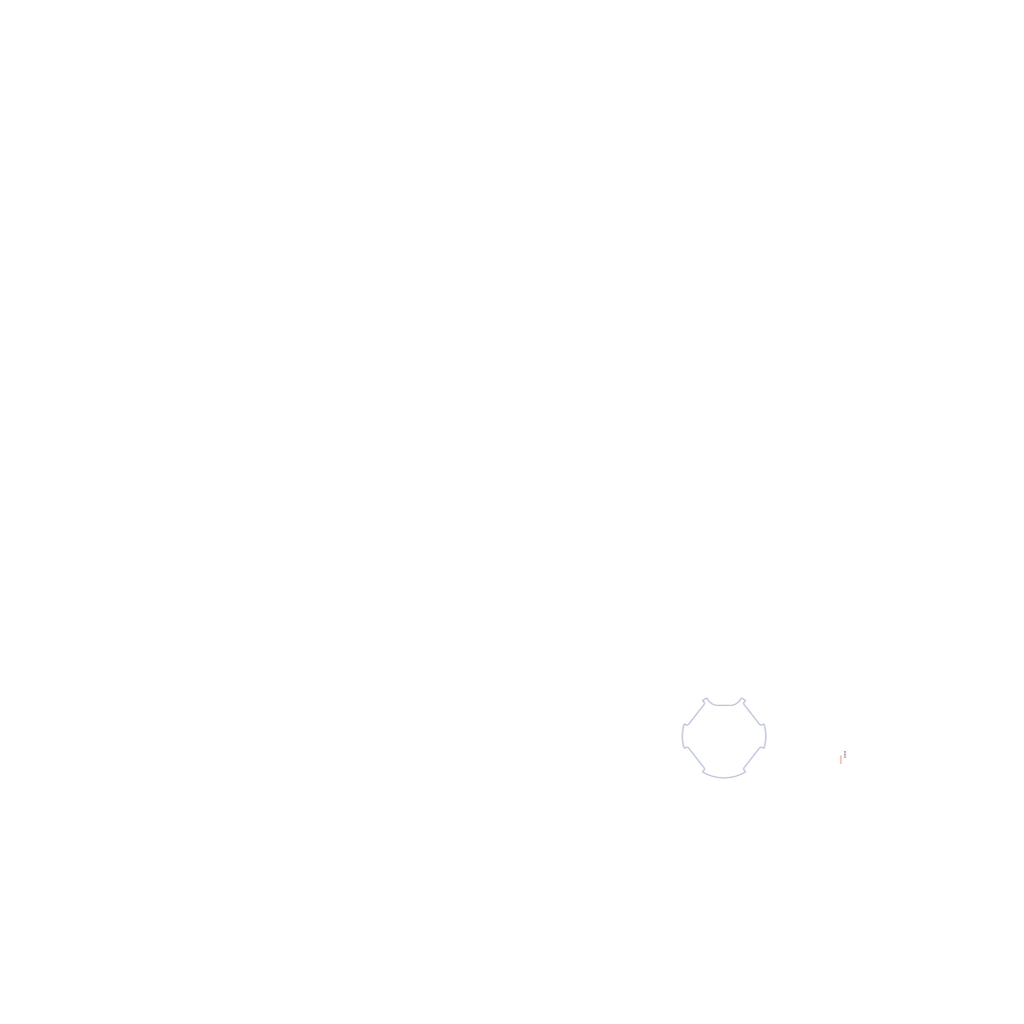
<source format=kicad_pcb>
(kicad_pcb (version 20221018) (generator pcbnew)
  (layers (0 "F.Cu" signal) (1 "In1.Cu" signal) (2 "In2.Cu" signal) (31 "B.Cu" signal) (34 "B.Paste" user) (35 "F.Paste" user) (36 "B.SilkS" user "B.Silkscreen") (37 "F.SilkS" user "F.Silkscreen") (38 "B.Mask" user) (39 "F.Mask" user) (44 "Edge.Cuts" user))
  (net 0 "")
  (net 1 "GND")
  (net 2 "Net-(D19-A)")
  (net 3 "Net-(D20-A)")
  (net 4 "Ch40")
  (net 5 "3.3V")
  (net 6 "Ch36")
  (net 7 "Net-(D23-A)")
  (net 8 "Net-(D24-A)")
  (net 9 "Ch39")
  (net 10 "Ch35")
  (net 11 "Net-(D27-A)")
  (net 12 "Net-(D28-A)")
  (net 13 "Ch38")
  (net 14 "Ch34")
  (net 15 "Net-(D31-A)")
  (net 16 "Net-(D14-A)")
  (net 17 "Ch33")
  (net 18 "Ch37")
  (net 19 "Net-(D32-A)")
  (net 20 "Net-(D18-A)")
  (net 21 "Ch32")
  (net 22 "Ch28")
  (net 23 "Net-(D21-A)")
  (net 24 "Net-(D22-A)")
  (net 25 "Ch31")
  (net 26 "Ch27")
  (net 27 "Net-(D25-A)")
  (net 28 "Net-(D26-A)")
  (net 29 "Ch30")
  (net 30 "Ch26")
  (net 31 "Net-(D29-A)")
  (net 32 "Net-(D30-A)")
  (net 33 "Ch25")
  (net 34 "Ch29")
  (net 35 "Net-(D50-A)")
  (net 36 "Net-(D52-A)")
  (net 37 "Net-(D53-A)")
  (net 38 "Net-(D54-A)")
  (net 39 "Net-(D55-A)")
  (net 40 "Net-(D56-A)")
  (net 41 "Ch16")
  (net 42 "Ch8")
  (net 43 "Ch4")
  (net 44 "Ch24")
  (net 45 "Ch12")
  (net 46 "Ch20")
  (net 47 "Net-(D63-A)")
  (net 48 "Net-(D64-A)")
  (net 49 "Net-(D75-A)")
  (net 50 "Net-(D77-A)")
  (net 51 "Net-(D49-A)")
  (net 52 "Ch7")
  (net 53 "Net-(D51-A)")
  (net 54 "Ch3")
  (net 55 "Ch15")
  (net 56 "Ch23")
  (net 57 "Ch11")
  (net 58 "Ch19")
  (net 59 "Net-(D57-A)")
  (net 60 "Net-(D58-A)")
  (net 61 "Net-(D59-A)")
  (net 62 "Net-(D60-A)")
  (net 63 "Net-(D61-A)")
  (net 64 "Net-(D62-A)")
  (net 65 "Ch6")
  (net 66 "Ch2")
  (net 67 "Ch14")
  (net 68 "Ch10")
  (net 69 "Ch22")
  (net 70 "Ch18")
  (net 71 "Net-(D80-A)")
  (net 72 "Net-(D84-A)")
  (net 73 "Net-(D87-A)")
  (net 74 "Net-(D88-A)")
  (net 75 "Net-(D91-A)")
  (net 76 "Net-(D92-A)")
  (net 77 "Ch1")
  (net 78 "Ch5")
  (net 79 "Ch9")
  (net 80 "Ch13")
  (net 81 "Ch17")
  (net 82 "Ch21")
  (net 83 "Net-(D95-A)")
  (net 84 "Net-(D96-A)")
  (net 85 "MOSI")
  (net 86 "MISO")
  (net 87 "SCK1")
  (net 88 "CS1")
  (net 89 "CS2")
  (net 90 "CS3")
  (net 91 "CS4")
  (net 92 "CS5")
  (net 93 "Ch48")
  (net 94 "Ch44")
  (net 95 "Net-(D85-A)")
  (net 96 "Net-(D86-A)")
  (net 97 "Ch47")
  (net 98 "Ch43")
  (net 99 "Net-(D89-A)")
  (net 100 "Net-(D90-A)")
  (net 101 "Ch46")
  (net 102 "Ch42")
  (net 103 "Net-(D93-A)")
  (net 104 "Net-(D94-A)")
  (net 105 "Ch41")
  (net 106 "Ch45")
  (net 107 "5V")
  (net 108 "CS6")
  (footprint "Resistor_SMD:R_0805_2012Metric_Pad1.20x1.40mm_HandSolder" (layer "F.Cu") (at 244.741 41.975)
    (fp_text reference "R97")
    (fp_text value "10K")
  )
  (footprint "Resistor_SMD:R_0805_2012Metric_Pad1.20x1.40mm_HandSolder" (layer "F.Cu") (at 244.741 44.925)
    (fp_text reference "R98")
    (fp_text value "10K")
  )
  (footprint "Connector_IDC:IDC-Header_2x06_P2.54mm_Vertical" (layer "F.Cu") (at 252.356 31.875)
    (fp_text reference "J1")
    (fp_text value "Conn_01x12")
  )
  (footprint "Resistor_SMD:R_0805_2012Metric_Pad1.20x1.40mm_HandSolder" (layer "F.Cu") (at 244.741 47.875)
    (fp_text reference "R99")
    (fp_text value "10K")
  )
  (footprint "Resistor_SMD:R_0805_2012Metric_Pad1.20x1.40mm_HandSolder" (layer "F.Cu") (at 244.741 53.775)
    (fp_text reference "R101")
    (fp_text value "10K")
  )
  (footprint "Resistor_SMD:R_0805_2012Metric_Pad1.20x1.40mm_HandSolder" (layer "F.Cu") (at 244.741 50.825)
    (fp_text reference "R100")
    (fp_text value "10K")
  )
  (footprint "Resistor_SMD:R_0805_2012Metric_Pad1.20x1.40mm_HandSolder" (layer "F.Cu") (at 244.741 56.725)
    (fp_text reference "R102")
    (fp_text value "10K")
  )
  (footprint "Resistor_SMD:R_0805_2012Metric_Pad1.20x1.40mm_HandSolder" (layer "B.Cu") (at 71.689225 -28.107342 180)
    (fp_text reference "R66")
    (fp_text value "750")
  )
  (footprint "Resistor_SMD:R_0805_2012Metric_Pad1.20x1.40mm_HandSolder" (layer "B.Cu") (at 64.083732 -37.841928 180)
    (fp_text reference "R67")
    (fp_text value "750")
  )
  (footprint "LED_SMD:LED_0805_2012Metric_Pad1.15x1.40mm_HandSolder" (layer "B.Cu") (at -8.622256 87.086387 180)
    (fp_text reference "D51")
    (fp_text value "LED")
  )
  (footprint "LED_SMD:LED_0805_2012Metric_Pad1.15x1.40mm_HandSolder" (layer "B.Cu") (at -83.041591 25.315899 180)
    (fp_text reference "D26")
    (fp_text value "LED")
  )
  (footprint "Diode_SMD:D_0805_2012Metric_Pad1.15x1.40mm_HandSolder" (layer "B.Cu") (at -48.148723 -58.556603 180)
    (fp_text reference "D66")
    (fp_text value "D_Photo")
  )
  (footprint "Diode_SMD:D_0805_2012Metric_Pad1.15x1.40mm_HandSolder" (layer "B.Cu") (at 83.900413 -24.376413 180)
    (fp_text reference "D36")
    (fp_text value "D_Photo")
  )
  (footprint "Resistor_SMD:R_0805_2012Metric_Pad1.20x1.40mm_HandSolder" (layer "B.Cu") (at 67.886479 32.974635 180)
    (fp_text reference "R43")
    (fp_text value "750")
  )
  (footprint "Resistor_SMD:R_0805_2012Metric_Pad1.20x1.40mm_HandSolder" (layer "B.Cu") (at 64.083732 37.841928 180)
    (fp_text reference "R63")
    (fp_text value "14k")
  )
  (footprint "Resistor_SMD:R_0805_2012Metric_Pad1.20x1.40mm_HandSolder" (layer "B.Cu") (at 52.675494 -52.443808 180)
    (fp_text reference "R58")
    (fp_text value "14k")
  )
  (footprint "Diode_SMD:D_0805_2012Metric_Pad1.15x1.40mm_HandSolder" (layer "B.Cu") (at -69.108639 31.729133 180)
    (fp_text reference "D1")
    (fp_text value "D_Photo")
  )
  (footprint "Resistor_SMD:R_0805_2012Metric_Pad1.20x1.40mm_HandSolder" (layer "B.Cu") (at -44.479294 73.402073 180)
    (fp_text reference "R15")
    (fp_text value "750")
  )
  (footprint "Resistor_SMD:R_0805_2012Metric_Pad1.20x1.40mm_HandSolder" (layer "B.Cu") (at -51.996282 53.631952 180)
    (fp_text reference "R13")
    (fp_text value "750")
  )
  (footprint "Diode_SMD:D_0805_2012Metric_Pad1.15x1.40mm_HandSolder" (layer "B.Cu") (at 65.985105 -35.408281 180)
    (fp_text reference "D41")
    (fp_text value "D_Photo")
  )
  (footprint "Resistor_SMD:R_0805_2012Metric_Pad1.20x1.40mm_HandSolder" (layer "B.Cu") (at -86.517422 -13.875115 180)
    (fp_text reference "R6")
    (fp_text value "750")
  )
  (footprint "Diode_SMD:D_0805_2012Metric_Pad1.15x1.40mm_HandSolder" (layer "B.Cu") (at 43.168628 -64.612041 180)
    (fp_text reference "D43")
    (fp_text value "D_Photo")
  )
  (footprint "Resistor_SMD:R_0805_2012Metric_Pad1.20x1.40mm_HandSolder" (layer "B.Cu") (at 75.752263 -23.512483 180)
    (fp_text reference "R56")
    (fp_text value "14k")
  )
  (footprint "Resistor_SMD:R_0805_2012Metric_Pad1.20x1.40mm_HandSolder" (layer "B.Cu") (at -29.662183 82.363689 180)
    (fp_text reference "R23")
    (fp_text value "14k")
  )
  (footprint "LED_SMD:LED_0805_2012Metric_Pad1.15x1.40mm_HandSolder" (layer "B.Cu") (at 78.753246 -23.252738 180)
    (fp_text reference "D77")
    (fp_text value "LED")
  )
  (footprint "Diode_SMD:D_0805_2012Metric_Pad1.15x1.40mm_HandSolder" (layer "B.Cu") (at -14.743475 86.270137 180)
    (fp_text reference "D15")
    (fp_text value "D_Photo")
  )
  (footprint "Resistor_SMD:R_0805_2012Metric_Pad1.20x1.40mm_HandSolder" (layer "B.Cu") (at 87.32097 -3.087701 180)
    (fp_text reference "R47")
    (fp_text value "750")
  )
  (footprint "Diode_SMD:D_0805_2012Metric_Pad1.15x1.40mm_HandSolder" (layer "B.Cu") (at 22.004782 84.655439 180)
    (fp_text reference "D17")
    (fp_text value "D_Photo")
  )
  (footprint "Diode_SMD:D_0805_2012Metric_Pad1.15x1.40mm_HandSolder" (layer "B.Cu") (at 9.872502 86.927034 180)
    (fp_text reference "D12")
    (fp_text value "D_Photo")
  )
  (footprint "Resistor_SMD:R_0805_2012Metric_Pad1.20x1.40mm_HandSolder" (layer "B.Cu") (at -13.23173 -64.429346 180)
    (fp_text reference "R76")
    (fp_text value "750")
  )
  (footprint "Resistor_SMD:R_0805_2012Metric_Pad1.20x1.40mm_HandSolder" (layer "B.Cu") (at -33.83644 -76.170784 180)
    (fp_text reference "R78")
    (fp_text value "750")
  )
  (footprint "Resistor_SMD:R_0805_2012Metric_Pad1.20x1.40mm_HandSolder" (layer "B.Cu") (at 32.749517 -74.917508 180)
    (fp_text reference "R72")
    (fp_text value "750")
  )
  (footprint "Resistor_SMD:R_0805_2012Metric_Pad1.20x1.40mm_HandSolder" (layer "B.Cu") (at -41.202231 68.543541 180)
    (fp_text reference "R21")
    (fp_text value "14k")
  )
  (footprint "LED_SMD:LED_0805_2012Metric_Pad1.15x1.40mm_HandSolder" (layer "B.Cu") (at -84.567126 -22.928119 180)
    (fp_text reference "D22")
    (fp_text value "LED")
  )
  (footprint "Diode_SMD:D_0805_2012Metric_Pad1.15x1.40mm_HandSolder" (layer "B.Cu") (at -63.359707 -39.08743 180)
    (fp_text reference "D82")
    (fp_text value "D_Photo")
  )
  (footprint "Resistor_SMD:R_0805_2012Metric_Pad1.20x1.40mm_HandSolder" (layer "B.Cu") (at -35.3979 80.075212 180)
    (fp_text reference "R16")
    (fp_text value "750")
  )
  (footprint "LED_SMD:LED_0805_2012Metric_Pad1.15x1.40mm_HandSolder" (layer "B.Cu") (at -86.528935 13.803243 180)
    (fp_text reference "D25")
    (fp_text value "LED")
  )
  (footprint "Resistor_SMD:R_0805_2012Metric_Pad1.20x1.40mm_HandSolder" (layer "B.Cu") (at -55.799028 48.764659 180)
    (fp_text reference "R19")
    (fp_text value "14k")
  )
  (footprint "Diode_SMD:D_0805_2012Metric_Pad1.15x1.40mm_HandSolder" (layer "B.Cu") (at -40.893532 -77.421824 180)
    (fp_text reference "D67")
    (fp_text value "D_Photo")
  )
  (footprint "Resistor_SMD:R_0805_2012Metric_Pad1.20x1.40mm_HandSolder" (layer "B.Cu") (at -85.988032 16.843686 180)
    (fp_text reference "R90")
    (fp_text value "14k")
  )
  (footprint "LED_SMD:LED_0805_2012Metric_Pad1.15x1.40mm_HandSolder" (layer "B.Cu") (at -35.345112 -78.862508 180)
    (fp_text reference "D95")
    (fp_text value "LED")
  )
  (footprint "LED_SMD:LED_0805_2012Metric_Pad1.15x1.40mm_HandSolder" (layer "B.Cu") (at -50.094908 56.065599 180)
    (fp_text reference "D30")
    (fp_text value "LED")
  )
  (footprint "LED_SMD:LED_0805_2012Metric_Pad1.15x1.40mm_HandSolder" (layer "B.Cu") (at 27.920592 82.883779 180)
    (fp_text reference "D54")
    (fp_text value "LED")
  )
  (footprint "Resistor_SMD:R_0805_2012Metric_Pad1.20x1.40mm_HandSolder" (layer "B.Cu") (at -86.96221 10.745607 180)
    (fp_text reference "R8")
    (fp_text value "750")
  )
  (footprint "Diode_SMD:D_0805_2012Metric_Pad1.15x1.40mm_HandSolder" (layer "B.Cu") (at -55.754215 -48.822017 180)
    (fp_text reference "D83")
    (fp_text value "D_Photo")
  )
  (footprint "LED_SMD:LED_0805_2012Metric_Pad1.15x1.40mm_HandSolder" (layer "B.Cu") (at 54.576867 50.010161 180)
    (fp_text reference "D58")
    (fp_text value "LED")
  )
  (footprint "Diode_SMD:D_0805_2012Metric_Pad1.15x1.40mm_HandSolder" (layer "B.Cu") (at -85.97399 -16.915107 180)
    (fp_text reference "D78")
    (fp_text value "D_Photo")
  )
  (footprint "LED_SMD:LED_0805_2012Metric_Pad1.15x1.40mm_HandSolder" (layer "B.Cu") (at -16.306712 -64.694381 180)
    (fp_text reference "D93")
    (fp_text value "LED")
  )
  (footprint "Resistor_SMD:R_0805_2012Metric_Pad1.20x1.40mm_HandSolder" (layer "B.Cu") (at 48.872748 -57.311101 180)
    (fp_text reference "R69")
    (fp_text value "750")
  )
  (footprint "Resistor_SMD:R_0805_2012Metric_Pad1.20x1.40mm_HandSolder" (layer "B.Cu") (at 0.629345 87.496752 180)
    (fp_text reference "R35")
    (fp_text value "750")
  )
  (footprint "LED_SMD:LED_0805_2012Metric_Pad1.15x1.40mm_HandSolder" (layer "B.Cu") (at 46.971374 -59.744747 180)
    (fp_text reference "D86")
    (fp_text value "LED")
  )
  (footprint "Resistor_SMD:R_0805_2012Metric_Pad1.20x1.40mm_HandSolder" (layer "B.Cu") (at 86.016448 15.361681 180)
    (fp_text reference "R61")
    (fp_text value "14k")
  )
  (footprint "Resistor_SMD:R_0805_2012Metric_Pad1.20x1.40mm_HandSolder" (layer "B.Cu") (at -44.390789 63.366538 180)
    (fp_text reference "R14")
    (fp_text value "750")
  )
  (footprint "Resistor_SMD:R_0805_2012Metric_Pad1.20x1.40mm_HandSolder" (layer "B.Cu") (at -40.957922 77.387883 180)
    (fp_text reference "R22")
    (fp_text value "14k")
  )
  (footprint "Resistor_SMD:R_0805_2012Metric_Pad1.20x1.40mm_HandSolder" (layer "B.Cu") (at 41.341975 67.095982 180)
    (fp_text reference "R25")
    (fp_text value "14k")
  )
  (footprint "Resistor_SMD:R_0805_2012Metric_Pad1.20x1.40mm_HandSolder" (layer "B.Cu") (at -48.193535 58.499245 180)
    (fp_text reference "R20")
    (fp_text value "14k")
  )
  (footprint "Resistor_SMD:R_0805_2012Metric_Pad1.20x1.40mm_HandSolder" (layer "B.Cu") (at 17.61262 -64.976167 180)
    (fp_text reference "R87")
    (fp_text value "14k")
  )
  (footprint "Diode_SMD:D_0805_2012Metric_Pad1.15x1.40mm_HandSolder" (layer "B.Cu") (at -41.197516 -68.616175 180)
    (fp_text reference "D65")
    (fp_text value "D_Photo")
  )
  (footprint "Diode_SMD:D_0805_2012Metric_Pad1.15x1.40mm_HandSolder" (layer "B.Cu") (at -77.512711 23.086359 180)
    (fp_text reference "D8")
    (fp_text value "D_Photo")
  )
  (footprint "Diode_SMD:D_0805_2012Metric_Pad1.15x1.40mm_HandSolder" (layer "B.Cu") (at -87.287317 7.674586 180)
    (fp_text reference "D70")
    (fp_text value "D_Photo")
  )
  (footprint "LED_SMD:LED_0805_2012Metric_Pad1.15x1.40mm_HandSolder" (layer "B.Cu") (at -44.52447 -73.459136 180)
    (fp_text reference "D96")
    (fp_text value "LED")
  )
  (footprint "Resistor_SMD:R_0805_2012Metric_Pad1.20x1.40mm_HandSolder" (layer "B.Cu") (at 87.32097 3.087701 180)
    (fp_text reference "R55")
    (fp_text value "14k")
  )
  (footprint "Resistor_SMD:R_0805_2012Metric_Pad1.20x1.40mm_HandSolder" (layer "B.Cu") (at 41.341975 -67.095982 180)
    (fp_text reference "R70")
    (fp_text value "750")
  )
  (footprint "LED_SMD:LED_0805_2012Metric_Pad1.15x1.40mm_HandSolder" (layer "B.Cu") (at 41.146818 -70.101856 180)
    (fp_text reference "D87")
    (fp_text value "LED")
  )
  (footprint "Resistor_SMD:R_0805_2012Metric_Pad1.20x1.40mm_HandSolder" (layer "B.Cu") (at 24.978322 83.821815 180)
    (fp_text reference "R37")
    (fp_text value "750")
  )
  (footprint "Resistor_SMD:R_0805_2012Metric_Pad1.20x1.40mm_HandSolder" (layer "B.Cu") (at -77.440195 -23.092635 180)
    (fp_text reference "R94")
    (fp_text value "14k")
  )
  (footprint "Resistor_SMD:R_0805_2012Metric_Pad1.20x1.40mm_HandSolder" (layer "B.Cu") (at 19.003678 85.383614 180)
    (fp_text reference "R32")
    (fp_text value "14k")
  )
  (footprint "LED_SMD:LED_0805_2012Metric_Pad1.15x1.40mm_HandSolder" (layer "B.Cu") (at -74.770447 -24.487559 180)
    (fp_text reference "D21")
    (fp_text value "LED")
  )
  (footprint "Resistor_SMD:R_0805_2012Metric_Pad1.20x1.40mm_HandSolder" (layer "B.Cu") (at -29.950064 -71.39018 180)
    (fp_text reference "R85")
    (fp_text value "14k")
  )
  (footprint "Diode_SMD:D_0805_2012Metric_Pad1.15x1.40mm_HandSolder" (layer "B.Cu") (at -70.9652 -29.352844 180)
    (fp_text reference "D79")
    (fp_text value "D_Photo")
  )
  (footprint "Resistor_SMD:R_0805_2012Metric_Pad1.20x1.40mm_HandSolder" (layer "B.Cu") (at 45.070001 -62.178394 180)
    (fp_text reference "R59")
    (fp_text value "14k")
  )
  (footprint "Resistor_SMD:R_0805_2012Metric_Pad1.20x1.40mm_HandSolder" (layer "B.Cu") (at 6.798794 87.22567 180)
    (fp_text reference "R28")
    (fp_text value "14k")
  )
  (footprint "Resistor_SMD:R_0805_2012Metric_Pad1.20x1.40mm_HandSolder" (layer "B.Cu") (at -80.383678 24.00026 180)
    (fp_text reference "R24")
    (fp_text value "14k")
  )
  (footprint "LED_SMD:LED_0805_2012Metric_Pad1.15x1.40mm_HandSolder" (layer "B.Cu") (at 41.146818 70.101856 180)
    (fp_text reference "D56")
    (fp_text value "LED")
  )
  (footprint "Diode_SMD:D_0805_2012Metric_Pad1.15x1.40mm_HandSolder" (layer "B.Cu") (at -38.201626 78.780613 180)
    (fp_text reference "D6")
    (fp_text value "D_Photo")
  )
  (footprint "LED_SMD:LED_0805_2012Metric_Pad1.15x1.40mm_HandSolder" (layer "B.Cu") (at -87.611544 1.507702 180)
    (fp_text reference "D24")
    (fp_text value "LED")
  )
  (footprint "LED_SMD:LED_0805_2012Metric_Pad1.15x1.40mm_HandSolder" (layer "B.Cu") (at -42.489416 65.800185 180)
    (fp_text reference "D31")
    (fp_text value "LED")
  )
  (footprint "Diode_SMD:D_0805_2012Metric_Pad1.15x1.40mm_HandSolder" (layer "B.Cu") (at -42.127181 71.410217 180)
    (fp_text reference "D5")
    (fp_text value "D_Photo")
  )
  (footprint "Diode_SMD:D_0805_2012Metric_Pad1.15x1.40mm_HandSolder" (layer "B.Cu") (at 43.168628 64.612041 180)
    (fp_text reference "D9")
    (fp_text value "D_Photo")
  )
  (footprint "Resistor_SMD:R_0805_2012Metric_Pad1.20x1.40mm_HandSolder" (layer "B.Cu") (at 71.689225 28.107342 180)
    (fp_text reference "R60")
    (fp_text value "14k")
  )
  (footprint "LED_SMD:LED_0805_2012Metric_Pad1.15x1.40mm_HandSolder" (layer "B.Cu") (at -51.951469 -53.68931 180)
    (fp_text reference "D18")
    (fp_text value "LED")
  )
  (footprint "Resistor_SMD:R_0805_2012Metric_Pad1.20x1.40mm_HandSolder" (layer "B.Cu") (at 75.752263 23.512483 180)
    (fp_text reference "R44")
    (fp_text value "750")
  )
  (footprint "Resistor_SMD:R_0805_2012Metric_Pad1.20x1.40mm_HandSolder" (layer "B.Cu") (at 60.280986 42.709221 180)
    (fp_text reference "R42")
    (fp_text value "750")
  )
  (footprint "Resistor_SMD:R_0805_2012Metric_Pad1.20x1.40mm_HandSolder" (layer "B.Cu") (at -46.247349 -60.99025 180)
    (fp_text reference "R82")
    (fp_text value "14k")
  )
  (footprint "Diode_SMD:D_0805_2012Metric_Pad1.15x1.40mm_HandSolder" (layer "B.Cu") (at -10.143448 -64.421978 180)
    (fp_text reference "D68")
    (fp_text value "D_Photo")
  )
  (footprint "Diode_SMD:D_0805_2012Metric_Pad1.15x1.40mm_HandSolder" (layer "B.Cu") (at -80.32632 -23.955447 180)
    (fp_text reference "D81")
    (fp_text value "D_Photo")
  )
  (footprint "Resistor_SMD:R_0805_2012Metric_Pad1.20x1.40mm_HandSolder" (layer "B.Cu") (at 43.064996 72.448415 180)
    (fp_text reference "R39")
    (fp_text value "750")
  )
  (footprint "Diode_SMD:D_0805_2012Metric_Pad1.15x1.40mm_HandSolder" (layer "B.Cu") (at -61.503147 41.463719 180)
    (fp_text reference "D2")
    (fp_text value "D_Photo")
  )
  (footprint "Resistor_SMD:R_0805_2012Metric_Pad1.20x1.40mm_HandSolder" (layer "B.Cu") (at -67.207266 34.162779 180)
    (fp_text reference "R11")
    (fp_text value "750")
  )
  (footprint "Diode_SMD:D_0805_2012Metric_Pad1.15x1.40mm_HandSolder" (layer "B.Cu") (at 26.111951 -68.529456 180)
    (fp_text reference "D35")
    (fp_text value "D_Photo")
  )
  (footprint "Resistor_SMD:R_0805_2012Metric_Pad1.20x1.40mm_HandSolder" (layer "B.Cu") (at 23.432616 -66.997491 180)
    (fp_text reference "R73")
    (fp_text value "750")
  )
  (footprint "Resistor_SMD:R_0805_2012Metric_Pad1.20x1.40mm_HandSolder" (layer "B.Cu") (at 45.070001 62.178394 180)
    (fp_text reference "R40")
    (fp_text value "750")
  )
  (footprint "LED_SMD:LED_0805_2012Metric_Pad1.15x1.40mm_HandSolder" (layer "B.Cu") (at 62.182359 40.275575 180)
    (fp_text reference "D59")
    (fp_text value "LED")
  )
  (footprint "Diode_SMD:D_0805_2012Metric_Pad1.15x1.40mm_HandSolder" (layer "B.Cu") (at 73.590598 25.673695 180)
    (fp_text reference "D44")
    (fp_text value "D_Photo")
  )
  (footprint "Resistor_SMD:R_0805_2012Metric_Pad1.20x1.40mm_HandSolder" (layer "B.Cu") (at -43.600202 -75.934948 180)
    (fp_text reference "R79")
    (fp_text value "750")
  )
  (footprint "Diode_SMD:D_0805_2012Metric_Pad1.15x1.40mm_HandSolder" (layer "B.Cu") (at 65.985105 35.408281 180)
    (fp_text reference "D47")
    (fp_text value "D_Photo")
  )
  (footprint "Diode_SMD:D_0805_2012Metric_Pad1.15x1.40mm_HandSolder" (layer "B.Cu") (at 83.900413 24.376413 180)
    (fp_text reference "D48")
    (fp_text value "D_Photo")
  )
  (footprint "Resistor_SMD:R_0805_2012Metric_Pad1.20x1.40mm_HandSolder" (layer "B.Cu") (at -5.543859 87.332015 180)
    (fp_text reference "R31")
    (fp_text value "14k")
  )
  (footprint "LED_SMD:LED_0805_2012Metric_Pad1.15x1.40mm_HandSolder" (layer "B.Cu") (at -59.556961 -43.954723 180)
    (fp_text reference "D19")
    (fp_text value "LED")
  )
  (footprint "Resistor_SMD:R_0805_2012Metric_Pad1.20x1.40mm_HandSolder" (layer "B.Cu") (at 81.322754 -24.92854 180)
    (fp_text reference "R65")
    (fp_text value "750")
  )
  (footprint "Resistor_SMD:R_0805_2012Metric_Pad1.20x1.40mm_HandSolder" (layer "B.Cu") (at 84.718424 -21.399124 180)
    (fp_text reference "R52")
    (fp_text value "14k")
  )
  (footprint "LED_SMD:LED_0805_2012Metric_Pad1.15x1.40mm_HandSolder" (layer "B.Cu") (at 69.787852 30.540988 180)
    (fp_text reference "D60")
    (fp_text value "LED")
  )
  (footprint "Resistor_SMD:R_0805_2012Metric_Pad1.20x1.40mm_HandSolder" (layer "B.Cu") (at -82.970399 -25.331029 180)
    (fp_text reference "R5")
    (fp_text value "750")
  )
  (footprint "Resistor_SMD:R_0805_2012Metric_Pad1.20x1.40mm_HandSolder" (layer "B.Cu") (at -38.136078 -78.812261 180)
    (fp_text reference "R83")
    (fp_text value "14k")
  )
  (footprint "Resistor_SMD:R_0805_2012Metric_Pad1.20x1.40mm_HandSolder" (layer "B.Cu") (at 86.885406 -9.247722 180)
    (fp_text reference "R50")
    (fp_text value "14k")
  )
  (footprint "Resistor_SMD:R_0805_2012Metric_Pad1.20x1.40mm_HandSolder" (layer "B.Cu") (at -74.818023 24.432473 180)
    (fp_text reference "R10")
    (fp_text value "750")
  )
  (footprint "Resistor_SMD:R_0805_2012Metric_Pad1.20x1.40mm_HandSolder" (layer "B.Cu") (at -17.778671 85.700533 180)
    (fp_text reference "R30")
    (fp_text value "14k")
  )
  (footprint "Diode_SMD:D_0805_2012Metric_Pad1.15x1.40mm_HandSolder" (layer "B.Cu") (at -2.45871 87.468861 180)
    (fp_text reference "D16")
    (fp_text value "D_Photo")
  )
  (footprint "Diode_SMD:D_0805_2012Metric_Pad1.15x1.40mm_HandSolder" (layer "B.Cu") (at -87.5 -4.666692 180)
    (fp_text reference "D76")
    (fp_text value "D_Photo")
  )
  (footprint "LED_SMD:LED_0805_2012Metric_Pad1.15x1.40mm_HandSolder" (layer "B.Cu") (at 20.585065 -65.807024 180)
    (fp_text reference "D90")
    (fp_text value "LED")
  )
  (footprint "LED_SMD:LED_0805_2012Metric_Pad1.15x1.40mm_HandSolder" (layer "B.Cu") (at 87.157548 6.171555 180)
    (fp_text reference "D63")
    (fp_text value "LED")
  )
  (footprint "LED_SMD:LED_0805_2012Metric_Pad1.15x1.40mm_HandSolder" (layer "B.Cu") (at 87.157548 -6.171555 180)
    (fp_text reference "D64")
    (fp_text value "LED")
  )
  (footprint "Diode_SMD:D_0805_2012Metric_Pad1.15x1.40mm_HandSolder" (layer "B.Cu") (at 2.209919 -64.421978 180)
    (fp_text reference "D72")
    (fp_text value "D_Photo")
  )
  (footprint "Resistor_SMD:R_0805_2012Metric_Pad1.20x1.40mm_HandSolder" (layer "B.Cu") (at 12.933757 86.520119 180)
    (fp_text reference "R36")
    (fp_text value "750")
  )
  (footprint "Diode_SMD:D_0805_2012Metric_Pad1.15x1.40mm_HandSolder" (layer "B.Cu") (at -26.737336 83.354717 180)
    (fp_text reference "D7")
    (fp_text value "D_Photo")
  )
  (footprint "Resistor_SMD:R_0805_2012Metric_Pad1.20x1.40mm_HandSolder" (layer "B.Cu") (at 56.47824 -47.576514 180)
    (fp_text reference "R68")
    (fp_text value "750")
  )
  (footprint "Resistor_SMD:R_0805_2012Metric_Pad1.20x1.40mm_HandSolder" (layer "B.Cu") (at -25.013386 -67.704083 180)
    (fp_text reference "R77")
    (fp_text value "750")
  )
  (footprint "Diode_SMD:D_0805_2012Metric_Pad1.15x1.40mm_HandSolder" (layer "B.Cu") (at 14.5605 -64.51756 180)
    (fp_text reference "D71")
    (fp_text value "D_Photo")
  )
  (footprint "LED_SMD:LED_0805_2012Metric_Pad1.15x1.40mm_HandSolder" (layer "B.Cu") (at -43.663355 75.898756 180)
    (fp_text reference "D32")
    (fp_text value "LED")
  )
  (footprint "LED_SMD:LED_0805_2012Metric_Pad1.15x1.40mm_HandSolder" (layer "B.Cu") (at 39.304365 78.112816 180)
    (fp_text reference "D55")
    (fp_text value "LED")
  )
  (footprint "Resistor_SMD:R_0805_2012Metric_Pad1.20x1.40mm_HandSolder" (layer "B.Cu") (at -61.458334 -41.521077 180)
    (fp_text reference "R95")
    (fp_text value "14k")
  )
  (footprint "Resistor_SMD:R_0805_2012Metric_Pad1.20x1.40mm_HandSolder" (layer "B.Cu") (at -23.779339 84.241915 180)
    (fp_text reference "R33")
    (fp_text value "750")
  )
  (footprint "LED_SMD:LED_0805_2012Metric_Pad1.15x1.40mm_HandSolder" (layer "B.Cu") (at 62.182359 -40.275575 180)
    (fp_text reference "D84")
    (fp_text value "LED")
  )
  (footprint "Diode_SMD:D_0805_2012Metric_Pad1.15x1.40mm_HandSolder" (layer "B.Cu") (at 58.379613 -45.142868 180)
    (fp_text reference "D37")
    (fp_text value "D_Photo")
  )
  (footprint "LED_SMD:LED_0805_2012Metric_Pad1.15x1.40mm_HandSolder" (layer "B.Cu") (at 15.978747 86.005432 180)
    (fp_text reference "D53")
    (fp_text value "LED")
  )
  (footprint "LED_SMD:LED_0805_2012Metric_Pad1.15x1.40mm_HandSolder" (layer "B.Cu") (at -86.953241 -10.817841 180)
    (fp_text reference "D23")
    (fp_text value "LED")
  )
  (footprint "LED_SMD:LED_0805_2012Metric_Pad1.15x1.40mm_HandSolder" (layer "B.Cu") (at -44.345976 -63.423896 180)
    (fp_text reference "D14")
    (fp_text value "LED")
  )
  (footprint "Diode_SMD:D_0805_2012Metric_Pad1.15x1.40mm_HandSolder" (layer "B.Cu") (at 50.774121 54.877454 180)
    (fp_text reference "D10")
    (fp_text value "D_Photo")
  )
  (footprint "Resistor_SMD:R_0805_2012Metric_Pad1.20x1.40mm_HandSolder" (layer "B.Cu") (at -50.050096 -56.122956 180)
    (fp_text reference "R1")
    (fp_text value "750")
  )
  (footprint "LED_SMD:LED_0805_2012Metric_Pad1.15x1.40mm_HandSolder" (layer "B.Cu") (at 69.787852 -30.540988 180)
    (fp_text reference "D80")
    (fp_text value "LED")
  )
  (footprint "Resistor_SMD:R_0805_2012Metric_Pad1.20x1.40mm_HandSolder" (layer "B.Cu") (at -72.866573 -26.919197 180)
    (fp_text reference "R4")
    (fp_text value "750")
  )
  (footprint "LED_SMD:LED_0805_2012Metric_Pad1.15x1.40mm_HandSolder" (layer "B.Cu") (at 39.304365 -78.112816 180)
    (fp_text reference "D88")
    (fp_text value "LED")
  )
  (footprint "LED_SMD:LED_0805_2012Metric_Pad1.15x1.40mm_HandSolder" (layer "B.Cu") (at 3.716462 87.415655 180)
    (fp_text reference "D52")
    (fp_text value "LED")
  )
  (footprint "Resistor_SMD:R_0805_2012Metric_Pad1.20x1.40mm_HandSolder" (layer "B.Cu") (at 84.718424 21.399124 180)
    (fp_text reference "R45")
    (fp_text value "750")
  )
  (footprint "Resistor_SMD:R_0805_2012Metric_Pad1.20x1.40mm_HandSolder" (layer "B.Cu") (at -53.852842 -51.255663 180)
    (fp_text reference "R96")
    (fp_text value "14k")
  )
  (footprint "Resistor_SMD:R_0805_2012Metric_Pad1.20x1.40mm_HandSolder" (layer "B.Cu") (at -87.610259 -1.580479 180)
    (fp_text reference "R7")
    (fp_text value "750")
  )
  (footprint "Resistor_SMD:R_0805_2012Metric_Pad1.20x1.40mm_HandSolder" (layer "B.Cu") (at 56.47824 47.576514 180)
    (fp_text reference "R62")
    (fp_text value "14k")
  )
  (footprint "Resistor_SMD:R_0805_2012Metric_Pad1.20x1.40mm_HandSolder" (layer "B.Cu") (at 52.675494 52.443808 180)
    (fp_text reference "R41")
    (fp_text value "750")
  )
  (footprint "Resistor_SMD:R_0805_2012Metric_Pad1.20x1.40mm_HandSolder" (layer "B.Cu") (at -84.58617 22.857866 180)
    (fp_text reference "R9")
    (fp_text value "750")
  )
  (footprint "Resistor_SMD:R_0805_2012Metric_Pad1.20x1.40mm_HandSolder" (layer "B.Cu") (at 11.474945 -64.421978 180)
    (fp_text reference "R74")
    (fp_text value "750")
  )
  (footprint "LED_SMD:LED_0805_2012Metric_Pad1.15x1.40mm_HandSolder" (layer "B.Cu") (at 30.806108 -72.519818 180)
    (fp_text reference "D89")
    (fp_text value "LED")
  )
  (footprint "Resistor_SMD:R_0805_2012Metric_Pad1.20x1.40mm_HandSolder" (layer "B.Cu") (at 81.322754 24.92854 180)
    (fp_text reference "R64")
    (fp_text value "14k")
  )
  (footprint "Resistor_SMD:R_0805_2012Metric_Pad1.20x1.40mm_HandSolder" (layer "B.Cu") (at -42.174474 -71.465547 180)
    (fp_text reference "R81")
    (fp_text value "14k")
  )
  (footprint "Diode_SMD:D_0805_2012Metric_Pad1.15x1.40mm_HandSolder" (layer "B.Cu") (at 73.590598 -25.673695 180)
    (fp_text reference "D40")
    (fp_text value "D_Photo")
  )
  (footprint "LED_SMD:LED_0805_2012Metric_Pad1.15x1.40mm_HandSolder" (layer "B.Cu") (at 85.420715 -18.391857 180)
    (fp_text reference "D75")
    (fp_text value "LED")
  )
  (footprint "Diode_SMD:D_0805_2012Metric_Pad1.15x1.40mm_HandSolder" (layer "B.Cu") (at -85.340175 19.863147 180)
    (fp_text reference "D74")
    (fp_text value "D_Photo")
  )
  (footprint "Diode_SMD:D_0805_2012Metric_Pad1.15x1.40mm_HandSolder" (layer "B.Cu") (at 34.38297 -77.536207 180)
    (fp_text reference "D33")
    (fp_text value "D_Photo")
  )
  (footprint "Resistor_SMD:R_0805_2012Metric_Pad1.20x1.40mm_HandSolder" (layer "B.Cu") (at -57.655588 -46.38837 180)
    (fp_text reference "R2")
    (fp_text value "750")
  )
  (footprint "Resistor_SMD:R_0805_2012Metric_Pad1.20x1.40mm_HandSolder" (layer "B.Cu") (at 48.872748 57.311101 180)
    (fp_text reference "R26")
    (fp_text value "14k")
  )
  (footprint "Resistor_SMD:R_0805_2012Metric_Pad1.20x1.40mm_HandSolder" (layer "B.Cu") (at -59.601774 43.897366 180)
    (fp_text reference "R12")
    (fp_text value "750")
  )
  (footprint "Diode_SMD:D_0805_2012Metric_Pad1.15x1.40mm_HandSolder" (layer "B.Cu") (at -53.897655 51.198305 180)
    (fp_text reference "D3")
    (fp_text value "D_Photo")
  )
  (footprint "Resistor_SMD:R_0805_2012Metric_Pad1.20x1.40mm_HandSolder" (layer "B.Cu") (at -85.323622 -19.934028 180)
    (fp_text reference "R92")
    (fp_text value "14k")
  )
  (footprint "LED_SMD:LED_0805_2012Metric_Pad1.15x1.40mm_HandSolder" (layer "B.Cu") (at 78.753246 23.252738 180)
    (fp_text reference "D61")
    (fp_text value "LED")
  )
  (footprint "Resistor_SMD:R_0805_2012Metric_Pad1.20x1.40mm_HandSolder" (layer "B.Cu") (at -87.280903 -7.747091 180)
    (fp_text reference "R91")
    (fp_text value "14k")
  )
  (footprint "Diode_SMD:D_0805_2012Metric_Pad1.15x1.40mm_HandSolder" (layer "B.Cu") (at -46.292162 60.932892 180)
    (fp_text reference "D4")
    (fp_text value "D_Photo")
  )
  (footprint "Diode_SMD:D_0805_2012Metric_Pad1.15x1.40mm_HandSolder" (layer "B.Cu") (at -32.040946 -73.660415 180)
    (fp_text reference "D69")
    (fp_text value "D_Photo")
  )
  (footprint "Resistor_SMD:R_0805_2012Metric_Pad1.20x1.40mm_HandSolder" (layer "B.Cu") (at 86.016448 -15.361681 180)
    (fp_text reference "R48")
    (fp_text value "750")
  )
  (footprint "Resistor_SMD:R_0805_2012Metric_Pad1.20x1.40mm_HandSolder" (layer "B.Cu") (at -11.690069 86.73228 180)
    (fp_text reference "R34")
    (fp_text value "750")
  )
  (footprint "Resistor_SMD:R_0805_2012Metric_Pad1.20x1.40mm_HandSolder" (layer "B.Cu") (at -71.010013 29.295486 180)
    (fp_text reference "R17")
    (fp_text value "14k")
  )
  (footprint "LED_SMD:LED_0805_2012Metric_Pad1.15x1.40mm_HandSolder" (layer "B.Cu") (at -57.700401 46.331012 180)
    (fp_text reference "D29")
    (fp_text value "LED")
  )
  (footprint "LED_SMD:LED_0805_2012Metric_Pad1.15x1.40mm_HandSolder" (layer "B.Cu") (at 46.971374 59.744747 180)
    (fp_text reference "D57")
    (fp_text value "LED")
  )
  (footprint "LED_SMD:LED_0805_2012Metric_Pad1.15x1.40mm_HandSolder" (layer "B.Cu") (at -72.911386 26.861839 180)
    (fp_text reference "D27")
    (fp_text value "LED")
  )
  (footprint "Resistor_SMD:R_0805_2012Metric_Pad1.20x1.40mm_HandSolder" (layer "B.Cu") (at -7.055106 -64.421978 180)
    (fp_text reference "R84")
    (fp_text value "14k")
  )
  (footprint "LED_SMD:LED_0805_2012Metric_Pad1.15x1.40mm_HandSolder" (layer "B.Cu") (at -65.305893 36.596426 180)
    (fp_text reference "D28")
    (fp_text value "LED")
  )
  (footprint "Resistor_SMD:R_0805_2012Metric_Pad1.20x1.40mm_HandSolder" (layer "B.Cu") (at 43.064996 -72.448415 180)
    (fp_text reference "R54")
    (fp_text value "14k")
  )
  (footprint "Resistor_SMD:R_0805_2012Metric_Pad1.20x1.40mm_HandSolder" (layer "B.Cu") (at 42.036253 76.672798 180)
    (fp_text reference "R27")
    (fp_text value "14k")
  )
  (footprint "LED_SMD:LED_0805_2012Metric_Pad1.15x1.40mm_HandSolder" (layer "B.Cu") (at 8.386603 -64.421978 180)
    (fp_text reference "D91")
    (fp_text value "LED")
  )
  (footprint "LED_SMD:LED_0805_2012Metric_Pad1.15x1.40mm_HandSolder" (layer "B.Cu") (at -27.595605 -69.394616 180)
    (fp_text reference "D94")
    (fp_text value "LED")
  )
  (footprint "Resistor_SMD:R_0805_2012Metric_Pad1.20x1.40mm_HandSolder" (layer "B.Cu") (at 30.827929 81.842502 180)
    (fp_text reference "R29")
    (fp_text value "14k")
  )
  (footprint "Resistor_SMD:R_0805_2012Metric_Pad1.20x1.40mm_HandSolder" (layer "B.Cu") (at -87.503851 4.594006 180)
    (fp_text reference "R86")
    (fp_text value "14k")
  )
  (footprint "Resistor_SMD:R_0805_2012Metric_Pad1.20x1.40mm_HandSolder" (layer "B.Cu") (at 28.582309 -70.379614 180)
    (fp_text reference "R51")
    (fp_text value "14k")
  )
  (footprint "Diode_SMD:D_0805_2012Metric_Pad1.15x1.40mm_HandSolder" (layer "B.Cu") (at 86.504881 -12.31237 180)
    (fp_text reference "D34")
    (fp_text value "D_Photo")
  )
  (footprint "Diode_SMD:D_0805_2012Metric_Pad1.15x1.40mm_HandSolder" (layer "B.Cu") (at 33.69671 80.699278 180)
    (fp_text reference "D13")
    (fp_text value "D_Photo")
  )
  (footprint "Resistor_SMD:R_0805_2012Metric_Pad1.20x1.40mm_HandSolder" (layer "B.Cu") (at -19.325675 -65.335952 180)
    (fp_text reference "R89")
    (fp_text value "14k")
  )
  (footprint "Resistor_SMD:R_0805_2012Metric_Pad1.20x1.40mm_HandSolder" (layer "B.Cu") (at -69.063827 -31.78649 180)
    (fp_text reference "R93")
    (fp_text value "14k")
  )
  (footprint "Resistor_SMD:R_0805_2012Metric_Pad1.20x1.40mm_HandSolder" (layer "B.Cu") (at 36.523362 79.455533 180)
    (fp_text reference "R38")
    (fp_text value "750")
  )
  (footprint "Diode_SMD:D_0805_2012Metric_Pad1.15x1.40mm_HandSolder" (layer "B.Cu") (at 58.379613 45.142868 180)
    (fp_text reference "D46")
    (fp_text value "D_Photo")
  )
  (footprint "Resistor_SMD:R_0805_2012Metric_Pad1.20x1.40mm_HandSolder" (layer "B.Cu") (at -63.40452 39.030072 180)
    (fp_text reference "R18")
    (fp_text value "14k")
  )
  (footprint "Diode_SMD:D_0805_2012Metric_Pad1.15x1.40mm_HandSolder" (layer "B.Cu") (at 50.774121 -54.877454 180)
    (fp_text reference "D42")
    (fp_text value "D_Photo")
  )
  (footprint "Diode_SMD:D_0805_2012Metric_Pad1.15x1.40mm_HandSolder" (layer "B.Cu") (at 86.504881 12.31237 180)
    (fp_text reference "D45")
    (fp_text value "D_Photo")
  )
  (footprint "LED_SMD:LED_0805_2012Metric_Pad1.15x1.40mm_HandSolder" (layer "B.Cu") (at -20.791877 85.024179 180)
    (fp_text reference "D50")
    (fp_text value "LED")
  )
  (footprint "LED_SMD:LED_0805_2012Metric_Pad1.15x1.40mm_HandSolder" (layer "B.Cu") (at -3.966764 -64.421978 180)
    (fp_text reference "D92")
    (fp_text value "LED")
  )
  (footprint "Resistor_SMD:R_0805_2012Metric_Pad1.20x1.40mm_HandSolder" (layer "B.Cu") (at 86.885406 9.247722 180)
    (fp_text reference "R46")
    (fp_text value "750")
  )
  (footprint "Resistor_SMD:R_0805_2012Metric_Pad1.20x1.40mm_HandSolder" (layer "B.Cu") (at 42.036253 -76.672798 180)
    (fp_text reference "R71")
    (fp_text value "750")
  )
  (footprint "Resistor_SMD:R_0805_2012Metric_Pad1.20x1.40mm_HandSolder" (layer "B.Cu") (at -0.878422 -64.421978 180)
    (fp_text reference "R75")
    (fp_text value "750")
  )
  (footprint "Resistor_SMD:R_0805_2012Metric_Pad1.20x1.40mm_HandSolder" (layer "B.Cu") (at 60.280986 -42.709221 180)
    (fp_text reference "R53")
    (fp_text value "14k")
  )
  (footprint "Resistor_SMD:R_0805_2012Metric_Pad1.20x1.40mm_HandSolder" (layer "B.Cu") (at 36.504467 -79.402667 180)
    (fp_text reference "R49")
    (fp_text value "14k")
  )
  (footprint "Diode_SMD:D_0805_2012Metric_Pad1.15x1.40mm_HandSolder" (layer "B.Cu") (at 44.481061 -74.889524 180)
    (fp_text reference "D38")
    (fp_text value "D_Photo")
  )
  (footprint "Resistor_SMD:R_0805_2012Metric_Pad1.20x1.40mm_HandSolder" (layer "B.Cu") (at 67.886479 -32.974635 180)
    (fp_text reference "R57")
    (fp_text value "14k")
  )
  (footprint "LED_SMD:LED_0805_2012Metric_Pad1.15x1.40mm_HandSolder" (layer "B.Cu") (at 85.420715 18.391857 180)
    (fp_text reference "D62")
    (fp_text value "LED")
  )
  (footprint "LED_SMD:LED_0805_2012Metric_Pad1.15x1.40mm_HandSolder" (layer "B.Cu") (at 54.576867 -50.010161 180)
    (fp_text reference "D85")
    (fp_text value "LED")
  )
  (footprint "Diode_SMD:D_0805_2012Metric_Pad1.15x1.40mm_HandSolder" (layer "B.Cu") (at 44.481061 74.889524 180)
    (fp_text reference "D11")
    (fp_text value "D_Photo")
  )
  (footprint "LED_SMD:LED_0805_2012Metric_Pad1.15x1.40mm_HandSolder" (layer "B.Cu") (at -32.550237 81.270067 180)
    (fp_text reference "D49")
    (fp_text value "LED")
  )
  (footprint "Resistor_SMD:R_0805_2012Metric_Pad1.20x1.40mm_HandSolder" (layer "B.Cu") (at -42.444603 -65.857543 180)
    (fp_text reference "R80")
    (fp_text value "750")
  )
  (footprint "LED_SMD:LED_0805_2012Metric_Pad1.15x1.40mm_HandSolder" (layer "B.Cu") (at -67.162454 -34.220137 180)
    (fp_text reference "D20")
    (fp_text value "LED")
  )
  (footprint "Resistor_SMD:R_0805_2012Metric_Pad1.20x1.40mm_HandSolder" (layer "B.Cu") (at 5.298261 -64.421978 180)
    (fp_text reference "R88")
    (fp_text value "14k")
  )
  (footprint "Resistor_SMD:R_0805_2012Metric_Pad1.20x1.40mm_HandSolder" (layer "B.Cu") (at -65.26108 -36.653784 180)
    (fp_text reference "R3")
    (fp_text value "750")
  )
  (footprint "Diode_SMD:D_0805_2012Metric_Pad1.15x1.40mm_HandSolder" (layer "B.Cu") (at 87.375466 0 180)
    (fp_text reference "D39")
    (fp_text value "D_Photo")
  )
  (footprint "Diode_SMD:D_0805_2012Metric_Pad1.15x1.40mm_HandSolder" (layer "B.Cu") (at -22.242692 -66.3443 180)
    (fp_text reference "D73")
    (fp_text value "D_Photo")
  )
  (gr_line (start -42.728658 71.991046) (end -44.249666 73.179387) (stroke (width 0.2)) (layer "Edge.Cuts"))
  (gr_line (start 80.03494 23.92239) (end 81.439354 25.019637) (stroke (width 0.2)) (layer "Edge.Cuts"))
  (gr_arc (start 81.439354 -25.019637) (mid 82.918088 -25.280755) (end 83.961994 -24.201359) (stroke (width 0.2)) (layer "Edge.Cuts"))
  (gr_line (start 42.47959 -71.991046) (end 44.000598 -73.179387) (stroke (width 0.2)) (layer "Edge.Cuts"))
  (gr_line (start 41.790193 66.376357) (end 74.420252 24.611787) (stroke (width 0.2)) (layer "Edge.Cuts"))
  (gr_arc (start -42.039261 66.376357) (mid -41.221121 69.326479) (end -42.728658 71.991046) (stroke (width 0.2)) (layer "Edge.Cuts"))
  (gr_arc (start 42.47959 71.991046) (mid 40.972052 69.32648) (end 41.790193 66.376357) (stroke (width 0.2)) (layer "Edge.Cuts"))
  (gr_arc (start 34.913506 -78.573656) (mid 35.761158 -79.334988) (end 36.899242 -79.281082) (stroke (width 0.2)) (layer "Edge.Cuts"))
  (gr_arc (start 43.830623 75.658405) (mid -0.124534 87.5) (end -44.079691 75.658405) (stroke (width 0.2)) (layer "Edge.Cuts"))
  (gr_line (start -44.249666 -73.179387) (end -42.728658 -71.991046) (stroke (width 0.2)) (layer "Edge.Cuts"))
  (gr_arc (start 80.03494 -23.92239) (mid 77.084817 -23.104248) (end 74.420252 -24.611787) (stroke (width 0.2)) (layer "Edge.Cuts"))
  (gr_arc (start -84.211062 -24.201359) (mid -83.167145 -25.280775) (end -81.688422 -25.019637) (stroke (width 0.2)) (layer "Edge.Cuts"))
  (gr_arc (start -80.284008 23.92239) (mid -77.333875 23.104222) (end -74.66932 24.611787) (stroke (width 0.2)) (layer "Edge.Cuts"))
  (gr_line (start -80.284008 -23.92239) (end -81.688422 -25.019637) (stroke (width 0.2)) (layer "Edge.Cuts"))
  (gr_arc (start 83.961994 -24.201359) (mid 87.375466 0) (end 83.961994 24.201359) (stroke (width 0.2)) (layer "Edge.Cuts"))
  (gr_arc (start -37.14831 -79.281082) (mid -36.010237 -79.334979) (end -35.162574 -78.573656) (stroke (width 0.2)) (layer "Edge.Cuts"))
  (gr_arc (start -44.079691 -75.658405) (mid -40.654496 -77.547225) (end -37.14831 -79.281082) (stroke (width 0.2)) (layer "Edge.Cuts"))
  (gr_arc (start 43.830623 -75.658405) (mid 44.573593 -74.464011) (end 44.000598 -73.179387) (stroke (width 0.2)) (layer "Edge.Cuts"))
  (gr_line (start 44.000598 73.179387) (end 42.47959 71.991046) (stroke (width 0.2)) (layer "Edge.Cuts"))
  (gr_line (start 81.439354 -25.019637) (end 80.03494 -23.92239) (stroke (width 0.2)) (layer "Edge.Cuts"))
  (gr_arc (start 34.913506 -78.573656) (mid 25.681792 -68.253192) (end 12.375466 -64.421978) (stroke (width 0.2)) (layer "Edge.Cuts"))
  (gr_arc (start -44.249666 -73.179387) (mid -44.822642 -74.464009) (end -44.079691 -75.658405) (stroke (width 0.2)) (layer "Edge.Cuts"))
  (gr_arc (start 36.899242 -79.281082) (mid 40.405429 -77.547227) (end 43.830623 -75.658405) (stroke (width 0.2)) (layer "Edge.Cuts"))
  (gr_arc (start 74.420252 24.611787) (mid 77.084817 23.104248) (end 80.03494 23.92239) (stroke (width 0.2)) (layer "Edge.Cuts"))
  (gr_line (start 74.420252 -24.611787) (end 41.790193 -66.376357) (stroke (width 0.2)) (layer "Edge.Cuts"))
  (gr_line (start 12.375466 -64.421978) (end -12.624534 -64.421978) (stroke (width 0.2)) (layer "Edge.Cuts"))
  (gr_arc (start 83.961994 24.201359) (mid 82.918088 25.280754) (end 81.439354 25.019637) (stroke (width 0.2)) (layer "Edge.Cuts"))
  (gr_arc (start -74.66932 -24.611787) (mid -77.333879 -23.104256) (end -80.284008 -23.92239) (stroke (width 0.2)) (layer "Edge.Cuts"))
  (gr_arc (start -84.211062 24.201359) (mid -87.624534 0) (end -84.211062 -24.201359) (stroke (width 0.2)) (layer "Edge.Cuts"))
  (gr_arc (start -44.079691 75.658405) (mid -44.822644 74.464009) (end -44.249666 73.179387) (stroke (width 0.2)) (layer "Edge.Cuts"))
  (gr_arc (start 44.000598 73.179387) (mid 44.573592 74.464011) (end 43.830623 75.658405) (stroke (width 0.2)) (layer "Edge.Cuts"))
  (gr_line (start -42.039261 -66.376357) (end -74.66932 -24.611787) (stroke (width 0.2)) (layer "Edge.Cuts"))
  (gr_arc (start -42.728658 -71.991046) (mid -41.221117 -69.32648) (end -42.039261 -66.376357) (stroke (width 0.2)) (layer "Edge.Cuts"))
  (gr_arc (start -81.688422 25.019637) (mid -83.167126 25.280716) (end -84.211062 24.201359) (stroke (width 0.2)) (layer "Edge.Cuts"))
  (gr_arc (start -12.624534 -64.421978) (mid -25.93086 -68.253192) (end -35.162574 -78.573656) (stroke (width 0.2)) (layer "Edge.Cuts"))
  (gr_line (start -81.688422 25.019637) (end -80.284008 23.92239) (stroke (width 0.2)) (layer "Edge.Cuts"))
  (gr_arc (start 41.790193 -66.376357) (mid 40.972052 -69.32648) (end 42.47959 -71.991046) (stroke (width 0.2)) (layer "Edge.Cuts"))
  (gr_line (start -74.66932 24.611787) (end -42.039261 66.376357) (stroke (width 0.2)) (layer "Edge.Cuts"))
)
</source>
